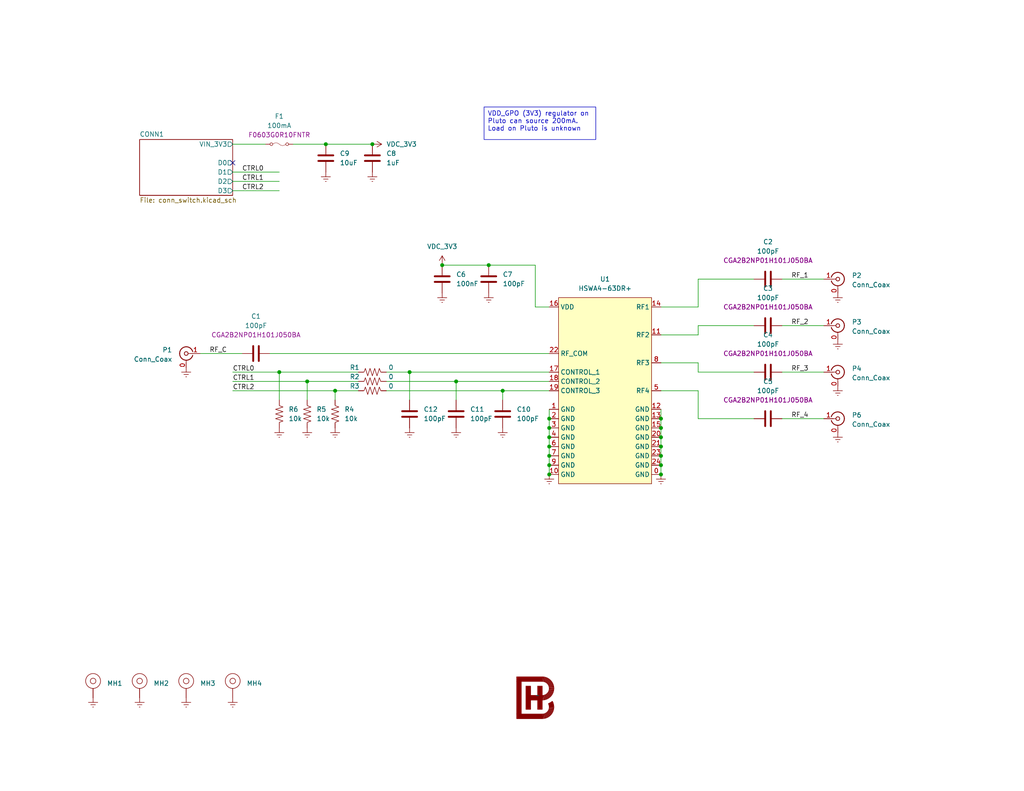
<source format=kicad_sch>
(kicad_sch (version 20231120) (generator "eeschema") (generator_version "8.0")
  (paper "A")
  (title_block (title "${PROJECT_NAME}") (date "2025-04-13") (rev "${PCB_REVISION}") (company "BRENDANHAINES.COM"))
  (lib_symbols
    (symbol "bh:C" (pin_numbers hide) (pin_names (offset 0.254))
      (property "Reference" "C" (at 0.635 2.54 0))
      (property "Value" "C" (at 0.635 -2.54 0))
      (symbol "C_0_1"
        (polyline (pts (xy -2.032 -0.762) (xy 2.032 -0.762)) (stroke (width 0.508)))
        (polyline (pts (xy -2.032 0.762) (xy 2.032 0.762)) (stroke (width 0.508)))
      )
      (symbol "C_1_1"
        (pin passive line (at 0 3.81 270) (length 2.794) (name "~") (number "1"))
        (pin passive line (at 0 -3.81 90) (length 2.794) (name "~") (number "2"))
      )
    )
    (symbol "bh:Conn_Coax" (pin_names hide) (exclude_from_sim yes)
      (property "Reference" "P" (at 0 3.81 0))
      (property "Value" "Conn_Coax" (at 0 3.81 0))
      (symbol "Conn_Coax_0_1"
        (arc (start -1.778 -0.508) (mid 0.2311 -1.8066) (end 1.778 0) (stroke (width 0.254)))
        (polyline (pts (xy -1.27 0) (xy -0.508 0)))
        (polyline (pts (xy 0 -2.54) (xy 0 -1.778)))
        (circle (center 0 0) (radius 0.508) (stroke (width 0.2032)))
        (arc (start 1.778 0) (mid 0.2233 1.8169) (end -1.778 0.508) (stroke (width 0.254)))
      )
      (symbol "Conn_Coax_1_1"
        (pin passive line (at 0 -3.81 90) (length 1.27) (name "Ext") (number "0"))
        (pin passive line (at -3.81 0 0) (length 2.54) (name "In") (number "1"))
      )
    )
    (symbol "bh:Fuse" (pin_numbers hide) (pin_names hide)
      (property "Reference" "F" (at 2.54 2.54 0))
      (property "Value" "Fuse" (at 3.81 0 0))
      (symbol "Fuse_0_1"
        (circle (center 0 -2.159) (radius 0.381) (stroke (width 0.127)))
        (arc (start 0 0) (mid -0.3683 -0.889) (end 0 -1.778) (stroke (width 0.0508)))
        (arc (start 0 0) (mid 0.3683 0.889) (end 0 1.778) (stroke (width 0.0508)))
        (circle (center 0 2.159) (radius 0.381) (stroke (width 0.127)))
      )
      (symbol "Fuse_1_1"
        (pin passive line (at 0 3.81 270) (length 1.27) (name "~") (number "1"))
        (pin passive line (at 0 -3.81 90) (length 1.27) (name "~") (number "2"))
      )
    )
    (symbol "bh:GND" (power) (pin_names (offset 0))
      (symbol "GND_0_1"
        (polyline (pts (xy -0.635 -1.905) (xy 0.635 -1.905)))
        (polyline (pts (xy -0.127 -2.54) (xy 0.127 -2.54)))
        (polyline (pts (xy 0 -1.27) (xy 0 0)))
        (polyline (pts (xy 1.27 -1.27) (xy -1.27 -1.27)))
      )
      (symbol "GND_1_1"
        (pin power_in line (at 0 0 90) (length 0) hide (name "GND") (number "1"))
      )
    )
    (symbol "bh:HSWA4-63DR+"
      (property "Reference" "U" (at 0 0 0))
      (property "Value" "HSWA4-63DR+" (at 0 0 0))
      (symbol "HSWA4-63DR+_1_1"
        (rectangle (start 0 0) (end 25.4 -50.8) (fill (type background)))
        (pin power_in line (at 27.94 -48.26 180) (length 2.54) (name "GND") (number "0"))
        (pin power_in line (at -2.54 -30.48 0) (length 2.54) (name "GND") (number "1"))
        (pin power_in line (at -2.54 -48.26 0) (length 2.54) (name "GND") (number "10"))
        (pin bidirectional line (at 27.94 -10.16 180) (length 2.54) (name "RF2") (number "11"))
        (pin power_in line (at 27.94 -30.48 180) (length 2.54) (name "GND") (number "12"))
        (pin power_in line (at 27.94 -33.02 180) (length 2.54) (name "GND") (number "13"))
        (pin bidirectional line (at 27.94 -2.54 180) (length 2.54) (name "RF1") (number "14"))
        (pin power_in line (at 27.94 -35.56 180) (length 2.54) (name "GND") (number "15"))
        (pin power_in line (at -2.54 -2.54 0) (length 2.54) (name "VDD") (number "16"))
        (pin input line (at -2.54 -20.32 0) (length 2.54) (name "CONTROL_1") (number "17"))
        (pin input line (at -2.54 -22.86 0) (length 2.54) (name "CONTROL_2") (number "18"))
        (pin input line (at -2.54 -25.4 0) (length 2.54) (name "CONTROL_3") (number "19"))
        (pin power_in line (at -2.54 -33.02 0) (length 2.54) (name "GND") (number "2"))
        (pin power_in line (at 27.94 -38.1 180) (length 2.54) (name "GND") (number "20"))
        (pin power_in line (at 27.94 -40.64 180) (length 2.54) (name "GND") (number "21"))
        (pin bidirectional line (at -2.54 -15.24 0) (length 2.54) (name "RF_COM") (number "22"))
        (pin power_in line (at 27.94 -43.18 180) (length 2.54) (name "GND") (number "23"))
        (pin power_in line (at 27.94 -45.72 180) (length 2.54) (name "GND") (number "24"))
        (pin power_in line (at -2.54 -35.56 0) (length 2.54) (name "GND") (number "3"))
        (pin power_in line (at -2.54 -38.1 0) (length 2.54) (name "GND") (number "4"))
        (pin bidirectional line (at 27.94 -25.4 180) (length 2.54) (name "RF4") (number "5"))
        (pin power_in line (at -2.54 -40.64 0) (length 2.54) (name "GND") (number "6"))
        (pin power_in line (at -2.54 -43.18 0) (length 2.54) (name "GND") (number "7"))
        (pin bidirectional line (at 27.94 -17.78 180) (length 2.54) (name "RF3") (number "8"))
        (pin power_in line (at -2.54 -45.72 0) (length 2.54) (name "GND") (number "9"))
      )
    )
    (symbol "bh:LOGO_BH" (in_bom no)
      (symbol "LOGO_BH_0_1"
        (rectangle (start -5.08 -4.445) (end 1.905 -5.715) (fill (type outline)))
        (rectangle (start -5.08 4.445) (end -3.81 -4.445) (fill (type outline)))
        (rectangle (start -5.08 5.715) (end 1.905 4.445) (fill (type outline)))
        (rectangle (start -2.54 3.175) (end -1.27 -3.175) (fill (type outline)))
        (rectangle (start -1.27 0.635) (end 0.635 -0.635) (fill (type outline)))
        (polyline (pts (xy 1.905 0.635) (xy 1.905 -0.635)))
        (polyline (pts (xy 3.7084 -1.8542) (xy 3.7084 -1.6002)))
        (polyline (pts (xy 4.6482 -0.9906) (xy 4.572 -1.1684)))
        (polyline (pts (xy 4.7244 -1.1176) (xy 4.4704 -1.1684)))
        (polyline (pts (xy 4.8006 -1.2446) (xy 4.2418 -1.2954)))
        (polyline (pts (xy 4.8514 -1.3716) (xy 4.064 -1.4224)))
        (polyline (pts (xy 4.953 -2.54) (xy 4.9022 -1.778)))
        (polyline (pts (xy 3.81 -2.54) (xy 3.81 -2.3622) (xy 3.7846 -2.2098) (xy 3.7338 -2.032) (xy 3.683 -1.8796) (xy 3.6322 -1.7272) (xy 3.5814 -1.6002) (xy 3.7338 -1.524) (xy 3.8862 -1.4478) (xy 4.1148 -1.3208) (xy 4.2926 -1.2192) (xy 4.4704 -1.0922) (xy 4.6482 -0.9652) (xy 4.7498 -1.143) (xy 4.8514 -1.3462) (xy 4.9276 -1.5748) (xy 4.9784 -1.778) (xy 5.0292 -1.9812) (xy 5.0546 -2.1844) (xy 5.08 -2.54)))
        (rectangle (start 0.635 3.175) (end 1.905 -3.175) (fill (type outline)))
        (arc (start 1.905 -5.715) (mid 4.1501 -4.7851) (end 5.08 -2.54))
        (arc (start 1.905 -5.588) (mid 4.0603 -4.6953) (end 4.953 -2.54))
        (arc (start 1.905 -5.461) (mid 3.9705 -4.6055) (end 4.826 -2.54))
        (arc (start 1.905 -5.334) (mid 3.8807 -4.5157) (end 4.699 -2.54))
        (arc (start 1.905 -5.207) (mid 3.7909 -4.4259) (end 4.572 -2.54))
        (arc (start 1.905 -5.08) (mid 3.7011 -4.3361) (end 4.445 -2.54))
        (arc (start 1.905 -4.953) (mid 3.6112 -4.2462) (end 4.318 -2.54))
        (arc (start 1.905 -4.826) (mid 3.5214 -4.1564) (end 4.191 -2.54))
        (arc (start 1.905 -4.699) (mid 3.4316 -4.0666) (end 4.064 -2.54))
        (arc (start 1.905 -4.572) (mid 3.3418 -3.9768) (end 3.937 -2.54))
        (arc (start 1.905 -4.445) (mid 3.252 -3.887) (end 3.81 -2.54))
        (arc (start 1.905 -0.635) (mid 4.1501 0.2949) (end 5.08 2.54))
        (arc (start 1.905 -0.508) (mid 4.0603 0.3847) (end 4.953 2.54))
        (arc (start 1.905 -0.381) (mid 3.9705 0.4745) (end 4.826 2.54))
        (arc (start 1.905 -0.254) (mid 3.8807 0.5643) (end 4.699 2.54))
        (arc (start 1.905 -0.127) (mid 3.7909 0.6541) (end 4.572 2.54))
        (arc (start 1.905 0) (mid 3.7011 0.7439) (end 4.445 2.54))
        (arc (start 1.905 0.127) (mid 3.6112 0.8338) (end 4.318 2.54))
        (arc (start 1.905 0.254) (mid 3.5214 0.9236) (end 4.191 2.54))
        (arc (start 1.905 0.381) (mid 3.4316 1.0134) (end 4.064 2.54))
        (arc (start 1.905 0.508) (mid 3.3418 1.1032) (end 3.937 2.54))
        (arc (start 1.905 0.635) (mid 3.252 1.193) (end 3.81 2.54))
        (rectangle (start 3.81 -1.524) (end 4.826 -2.54) (fill (type outline)))
        (arc (start 3.81 2.54) (mid 3.252 3.887) (end 1.905 4.445))
        (arc (start 3.937 2.54) (mid 3.3418 3.9768) (end 1.905 4.572))
        (arc (start 4.064 2.54) (mid 3.4316 4.0666) (end 1.905 4.699))
        (arc (start 4.191 2.54) (mid 3.5214 4.1564) (end 1.905 4.826))
        (arc (start 4.318 2.54) (mid 3.6112 4.2462) (end 1.905 4.953))
        (arc (start 4.445 2.54) (mid 3.7011 4.3361) (end 1.905 5.08))
        (arc (start 4.572 2.54) (mid 3.7909 4.4259) (end 1.905 5.207))
        (arc (start 4.699 2.54) (mid 3.8807 4.5157) (end 1.905 5.334))
        (arc (start 4.826 2.54) (mid 3.9705 4.6055) (end 1.905 5.461))
        (arc (start 4.953 2.54) (mid 4.0603 4.6953) (end 1.905 5.588))
        (arc (start 5.08 2.54) (mid 4.1501 4.7851) (end 1.905 5.715))
      )
    )
    (symbol "bh:Mounting_Hole" (pin_numbers hide) (pin_names (offset 0.762) hide)
      (property "Reference" "MH" (at 0 7.62 0))
      (symbol "Mounting_Hole_0_1"
        (circle (center 0 4.572) (radius 0.762))
        (circle (center 0 4.572) (radius 2.032))
      )
      (symbol "Mounting_Hole_1_1"
        (pin passive line (at 0 0 90) (length 2.54) (name "1") (number "1"))
      )
    )
    (symbol "bh:R" (pin_numbers hide) (pin_names (offset 0))
      (property "Reference" "R" (at 2.032 0 90))
      (property "Value" "R" (at -1.905 0 90))
      (symbol "R_0_1"
        (polyline (pts (xy 0 -2.54) (xy 0 -2.286) (xy 1.016 -1.905) (xy -1.016 -1.27) (xy 1.016 -0.635) (xy -1.016 0) (xy 1.016 0.635) (xy -1.016 1.27) (xy 1.016 1.905) (xy 0 2.286) (xy 0 2.54)))
      )
      (symbol "R_1_1"
        (pin passive line (at 0 3.81 270) (length 1.27) (name "~") (number "1"))
        (pin passive line (at 0 -3.81 90) (length 1.27) (name "~") (number "2"))
      )
    )
    (symbol "bh:VDC_3V3" (power) (pin_names (offset 0))
      (property "Value" "VDC_3V3" (at 0 3.556 0))
      (symbol "VDC_3V3_0_1"
        (polyline (pts (xy -0.762 1.27) (xy 0 2.54)))
        (polyline (pts (xy 0 0) (xy 0 2.54)))
        (polyline (pts (xy 0 2.54) (xy 0.762 1.27)))
      )
      (symbol "VDC_3V3_1_1"
        (pin power_in line (at 0 0 90) (length 0) hide (name "VDC_3V3") (number "1"))
      )
    )
  )
  (junction (at 149.86 121.92))
  (junction (at 180.34 114.3))
  (junction (at 83.82 104.14))
  (junction (at 180.34 127))
  (junction (at 124.46 104.14))
  (junction (at 149.86 116.84))
  (junction (at 180.34 124.46))
  (junction (at 149.86 127))
  (junction (at 101.6 39.37))
  (junction (at 149.86 124.46))
  (junction (at 111.76 101.6))
  (junction (at 149.86 119.38))
  (junction (at 88.9 39.37))
  (junction (at 133.35 72.39))
  (junction (at 120.65 72.39))
  (junction (at 91.44 106.68))
  (junction (at 180.34 116.84))
  (junction (at 137.16 106.68))
  (junction (at 149.86 129.54))
  (junction (at 180.34 121.92))
  (junction (at 180.34 129.54))
  (junction (at 180.34 119.38))
  (junction (at 76.2 101.6))
  (junction (at 149.86 114.3))
  (no_connect (at 63.5 44.45))
  (wire (pts (xy 63.5 101.6) (xy 76.2 101.6)))
  (wire (pts (xy 180.34 129.54) (xy 180.34 127)))
  (wire (pts (xy 76.2 101.6) (xy 97.79 101.6)))
  (wire (pts (xy 149.86 124.46) (xy 149.86 127)))
  (wire (pts (xy 63.5 46.99) (xy 76.2 46.99)))
  (wire (pts (xy 190.5 106.68) (xy 180.34 106.68)))
  (wire (pts (xy 213.36 114.3) (xy 224.79 114.3)))
  (wire (pts (xy 83.82 104.14) (xy 83.82 109.22)))
  (wire (pts (xy 124.46 104.14) (xy 124.46 109.22)))
  (wire (pts (xy 180.34 121.92) (xy 180.34 124.46)))
  (wire (pts (xy 149.86 121.92) (xy 149.86 124.46)))
  (wire (pts (xy 205.74 76.2) (xy 190.5 76.2)))
  (wire (pts (xy 149.86 111.76) (xy 149.86 114.3)))
  (wire (pts (xy 213.36 76.2) (xy 224.79 76.2)))
  (wire (pts (xy 180.34 116.84) (xy 180.34 119.38)))
  (wire (pts (xy 133.35 72.39) (xy 146.05 72.39)))
  (wire (pts (xy 149.86 119.38) (xy 149.86 121.92)))
  (wire (pts (xy 76.2 101.6) (xy 76.2 109.22)))
  (wire (pts (xy 73.66 96.52) (xy 149.86 96.52)))
  (wire (pts (xy 190.5 91.44) (xy 190.5 88.9)))
  (wire (pts (xy 63.5 106.68) (xy 91.44 106.68)))
  (wire (pts (xy 120.65 72.39) (xy 133.35 72.39)))
  (wire (pts (xy 146.05 83.82) (xy 146.05 72.39)))
  (wire (pts (xy 105.41 101.6) (xy 111.76 101.6)))
  (wire (pts (xy 91.44 106.68) (xy 91.44 109.22)))
  (wire (pts (xy 190.5 76.2) (xy 190.5 83.82)))
  (wire (pts (xy 105.41 106.68) (xy 137.16 106.68)))
  (wire (pts (xy 213.36 88.9) (xy 224.79 88.9)))
  (wire (pts (xy 180.34 119.38) (xy 180.34 121.92)))
  (wire (pts (xy 180.34 83.82) (xy 190.5 83.82)))
  (wire (pts (xy 180.34 124.46) (xy 180.34 127)))
  (wire (pts (xy 205.74 88.9) (xy 190.5 88.9)))
  (wire (pts (xy 66.04 96.52) (xy 54.61 96.52)))
  (wire (pts (xy 205.74 101.6) (xy 190.5 101.6)))
  (wire (pts (xy 63.5 104.14) (xy 83.82 104.14)))
  (wire (pts (xy 111.76 101.6) (xy 149.86 101.6)))
  (wire (pts (xy 149.86 114.3) (xy 149.86 116.84)))
  (wire (pts (xy 111.76 109.22) (xy 111.76 101.6)))
  (wire (pts (xy 63.5 52.07) (xy 76.2 52.07)))
  (wire (pts (xy 180.34 111.76) (xy 180.34 114.3)))
  (wire (pts (xy 146.05 83.82) (xy 149.86 83.82)))
  (wire (pts (xy 213.36 101.6) (xy 224.79 101.6)))
  (wire (pts (xy 105.41 104.14) (xy 124.46 104.14)))
  (wire (pts (xy 83.82 104.14) (xy 97.79 104.14)))
  (wire (pts (xy 180.34 114.3) (xy 180.34 116.84)))
  (wire (pts (xy 205.74 114.3) (xy 190.5 114.3)))
  (wire (pts (xy 91.44 106.68) (xy 97.79 106.68)))
  (wire (pts (xy 124.46 104.14) (xy 149.86 104.14)))
  (wire (pts (xy 190.5 114.3) (xy 190.5 106.68)))
  (wire (pts (xy 190.5 91.44) (xy 180.34 91.44)))
  (wire (pts (xy 190.5 99.06) (xy 180.34 99.06)))
  (wire (pts (xy 88.9 39.37) (xy 101.6 39.37)))
  (wire (pts (xy 149.86 129.54) (xy 149.86 127)))
  (wire (pts (xy 80.01 39.37) (xy 88.9 39.37)))
  (wire (pts (xy 63.5 49.53) (xy 76.2 49.53)))
  (wire (pts (xy 137.16 106.68) (xy 137.16 109.22)))
  (wire (pts (xy 137.16 106.68) (xy 149.86 106.68)))
  (wire (pts (xy 149.86 116.84) (xy 149.86 119.38)))
  (wire (pts (xy 63.5 39.37) (xy 72.39 39.37)))
  (wire (pts (xy 190.5 101.6) (xy 190.5 99.06)))
  (text_box "VDD_GPO (3V3) regulator on Pluto can source 200mA. Load on Pluto is unknown" (at 132.08 29.21 0) (size 30.48 8.89) (effects (font (size 1.27 1.27) (thickness 0.1588)) (justify left top)))
  (label "RF_4" (at 215.9 114.3 0))
  (label "CTRL1" (at 66.04 49.53 0))
  (label "CTRL0" (at 66.04 46.99 0))
  (label "RF_1" (at 215.9 76.2 0))
  (label "RF_C" (at 57.15 96.52 0))
  (label "CTRL2" (at 63.5 106.68 0))
  (label "CTRL1" (at 63.5 104.14 0))
  (label "CTRL0" (at 63.5 101.6 0))
  (label "RF_3" (at 215.9 101.6 0))
  (label "RF_2" (at 215.9 88.9 0))
  (label "CTRL2" (at 66.04 52.07 0))
  (symbol (lib_id "bh:C") (at 209.55 88.9 90) (unit 1)
    (property "Reference" "C3" (at 209.55 78.74 90))
    (property "Value" "100pF" (at 209.55 81.28 90))
    (property "Footprint" "common:C0402" (effects (hide yes)))
    (property "Description" "Capacitor" (effects (hide yes)))
    (property "Manufacturer" "TDK" (effects (hide yes)))
    (property "ManufacturerPartNumber" "CGA2B2NP01H101J050BA" (at 209.55 83.82 90))
    (property "FieldName" "Value" (effects (hide yes)))
    (property "Sim.Device" "C" (effects (hide yes)))
    (property "Sim.Pins" "1=+ 2=-" (effects (hide yes)))
  )
  (symbol (lib_id "bh:C") (at 124.46 113.03 180) (unit 1)
    (property "Reference" "C11" (at 128.27 111.7599 0) (effects (justify right)))
    (property "Value" "100pF" (at 128.27 114.2999 0) (effects (justify right)))
    (property "Footprint" "common:C0402" (effects (hide yes)))
    (property "Description" "Capacitor" (effects (hide yes)))
    (property "Manufacturer" "TDK" (effects (hide yes)))
    (property "ManufacturerPartNumber" "CGA2B2NP01H101J050BA" (effects (hide yes)))
    (property "FieldName" "Value" (effects (hide yes)))
    (property "Sim.Device" "C" (effects (hide yes)))
    (property "Sim.Pins" "1=+ 2=-" (effects (hide yes)))
  )
  (symbol (lib_id "bh:GND") (at 111.76 116.84 0) (unit 1)
    (property "Reference" "#PWR020" (effects (hide yes)))
    (property "Value" "GND" (effects (hide yes)))
    (property "Description" "Power Symbol" (effects (hide yes)))
  )
  (symbol (lib_id "bh:VDC_3V3") (at 120.65 72.39 0) (unit 1)
    (property "Reference" "#PWR015" (effects (hide yes)))
    (property "Value" "VDC_3V3" (at 120.65 67.31 0))
    (property "Description" "Power Symbol" (effects (hide yes)))
  )
  (symbol (lib_id "bh:C") (at 209.55 101.6 90) (unit 1)
    (property "Reference" "C4" (at 209.55 91.44 90))
    (property "Value" "100pF" (at 209.55 93.98 90))
    (property "Footprint" "common:C0402" (effects (hide yes)))
    (property "Description" "Capacitor" (effects (hide yes)))
    (property "Manufacturer" "TDK" (effects (hide yes)))
    (property "ManufacturerPartNumber" "CGA2B2NP01H101J050BA" (at 209.55 96.52 90))
    (property "FieldName" "Value" (effects (hide yes)))
    (property "Sim.Device" "C" (effects (hide yes)))
    (property "Sim.Pins" "1=+ 2=-" (effects (hide yes)))
  )
  (symbol (lib_id "bh:C") (at 120.65 76.2 0) (unit 1)
    (property "Reference" "C6" (at 124.46 74.9299 0) (effects (justify left)))
    (property "Value" "100nF" (at 124.46 77.4699 0) (effects (justify left)))
    (property "Footprint" "common:C0402" (effects (hide yes)))
    (property "Description" "Capacitor" (effects (hide yes)))
    (property "FieldName" "Value" (effects (hide yes)))
    (property "Sim.Device" "C" (effects (hide yes)))
    (property "Sim.Pins" "1=+ 2=-" (effects (hide yes)))
  )
  (symbol (lib_id "bh:GND") (at 83.82 116.84 0) (unit 1)
    (property "Reference" "#PWR022" (effects (hide yes)))
    (property "Value" "GND" (effects (hide yes)))
    (property "Description" "Power Symbol" (effects (hide yes)))
  )
  (symbol (lib_id "bh:LOGO_BH") (at 146.05 190.5 0) (unit 1) (in_bom no)
    (property "Reference" "LOGO1" (effects (hide yes)))
    (property "Value" "~" (at 146.685 189.865 0))
    (property "Footprint" "common:LOGO_BH" (effects (hide yes)))
  )
  (symbol (lib_id "bh:C") (at 209.55 76.2 90) (unit 1)
    (property "Reference" "C2" (at 209.55 66.04 90))
    (property "Value" "100pF" (at 209.55 68.58 90))
    (property "Footprint" "common:C0402" (effects (hide yes)))
    (property "Description" "Capacitor" (effects (hide yes)))
    (property "Manufacturer" "TDK" (effects (hide yes)))
    (property "ManufacturerPartNumber" "CGA2B2NP01H101J050BA" (at 209.55 71.12 90))
    (property "FieldName" "Value" (effects (hide yes)))
    (property "Sim.Device" "C" (effects (hide yes)))
    (property "Sim.Pins" "1=+ 2=-" (effects (hide yes)))
  )
  (symbol (lib_id "bh:Mounting_Hole") (at 63.5 190.5 0) (unit 1)
    (property "Reference" "MH4" (at 67.31 186.563 0) (effects (justify left)))
    (property "Value" "Mounting_Hole" (effects (hide yes)))
    (property "Footprint" "common:MH120X230_#4" (effects (hide yes)))
  )
  (symbol (lib_id "bh:GND") (at 38.1 190.5 0) (unit 1)
    (property "Reference" "#PWR02" (effects (hide yes)))
    (property "Value" "GND" (effects (hide yes)))
  )
  (symbol (lib_id "bh:C") (at 69.85 96.52 90) (unit 1)
    (property "Reference" "C1" (at 69.85 86.36 90))
    (property "Value" "100pF" (at 69.85 88.9 90))
    (property "Footprint" "common:C0402" (effects (hide yes)))
    (property "Description" "Capacitor" (effects (hide yes)))
    (property "Manufacturer" "TDK" (effects (hide yes)))
    (property "ManufacturerPartNumber" "CGA2B2NP01H101J050BA" (at 69.85 91.44 90))
    (property "FieldName" "Value" (effects (hide yes)))
    (property "Sim.Device" "C" (effects (hide yes)))
    (property "Sim.Pins" "1=+ 2=-" (effects (hide yes)))
  )
  (symbol (lib_id "bh:C") (at 88.9 43.18 0) (unit 1)
    (property "Reference" "C9" (at 92.71 41.9099 0) (effects (justify left)))
    (property "Value" "10uF" (at 92.71 44.4499 0) (effects (justify left)))
    (property "Footprint" "common:C0603" (effects (hide yes)))
    (property "Description" "Capacitor" (effects (hide yes)))
    (property "FieldName" "Value" (effects (hide yes)))
    (property "Sim.Device" "C" (effects (hide yes)))
    (property "Sim.Pins" "1=+ 2=-" (effects (hide yes)))
  )
  (symbol (lib_id "bh:GND") (at 228.6 105.41 0) (unit 1)
    (property "Reference" "#PWR09" (effects (hide yes)))
    (property "Value" "GND" (effects (hide yes)))
    (property "Description" "Power Symbol" (effects (hide yes)))
  )
  (symbol (lib_id "bh:GND") (at 228.6 80.01 0) (unit 1)
    (property "Reference" "#PWR07" (effects (hide yes)))
    (property "Value" "GND" (effects (hide yes)))
    (property "Description" "Power Symbol" (effects (hide yes)))
  )
  (symbol (lib_id "bh:R") (at 101.6 101.6 90) (unit 1)
    (property "Reference" "R1" (at 96.774 100.33 90))
    (property "Value" "0" (at 106.68 100.33 90))
    (property "Footprint" "common:R0402" (effects (hide yes)))
    (property "Description" "Resistor" (effects (hide yes)))
    (property "FieldName" "Value" (effects (hide yes)))
    (property "Sim.Device" "R" (effects (hide yes)))
    (property "Sim.Pins" "1=+ 2=-" (effects (hide yes)))
  )
  (symbol (lib_id "bh:C") (at 111.76 113.03 180) (unit 1)
    (property "Reference" "C12" (at 115.57 111.7599 0) (effects (justify right)))
    (property "Value" "100pF" (at 115.57 114.2999 0) (effects (justify right)))
    (property "Footprint" "common:C0402" (effects (hide yes)))
    (property "Description" "Capacitor" (effects (hide yes)))
    (property "Manufacturer" "TDK" (effects (hide yes)))
    (property "ManufacturerPartNumber" "CGA2B2NP01H101J050BA" (effects (hide yes)))
    (property "FieldName" "Value" (effects (hide yes)))
    (property "Sim.Device" "C" (effects (hide yes)))
    (property "Sim.Pins" "1=+ 2=-" (effects (hide yes)))
  )
  (symbol (lib_id "bh:GND") (at 25.4 190.5 0) (unit 1)
    (property "Reference" "#PWR01" (effects (hide yes)))
    (property "Value" "GND" (effects (hide yes)))
  )
  (symbol (lib_id "bh:Mounting_Hole") (at 50.8 190.5 0) (unit 1)
    (property "Reference" "MH3" (at 54.61 186.563 0) (effects (justify left)))
    (property "Value" "Mounting_Hole" (effects (hide yes)))
    (property "Footprint" "common:MH120X230_#4" (effects (hide yes)))
  )
  (symbol (lib_id "bh:GND") (at 88.9 46.99 0) (mirror y) (unit 1)
    (property "Reference" "#PWR017" (effects (hide yes)))
    (property "Value" "GND" (effects (hide yes)))
    (property "Description" "Power Symbol" (effects (hide yes)))
  )
  (symbol (lib_id "bh:GND") (at 180.34 129.54 0) (unit 1)
    (property "Reference" "#PWR012" (effects (hide yes)))
    (property "Value" "GND" (effects (hide yes)))
    (property "Description" "Power Symbol" (effects (hide yes)))
  )
  (symbol (lib_id "bh:GND") (at 228.6 92.71 0) (unit 1)
    (property "Reference" "#PWR08" (effects (hide yes)))
    (property "Value" "GND" (effects (hide yes)))
    (property "Description" "Power Symbol" (effects (hide yes)))
  )
  (symbol (lib_id "bh:R") (at 101.6 104.14 90) (unit 1)
    (property "Reference" "R2" (at 96.774 102.87 90))
    (property "Value" "0" (at 106.68 102.87 90))
    (property "Footprint" "common:R0402" (effects (hide yes)))
    (property "Description" "Resistor" (effects (hide yes)))
    (property "FieldName" "Value" (effects (hide yes)))
    (property "Sim.Device" "R" (effects (hide yes)))
    (property "Sim.Pins" "1=+ 2=-" (effects (hide yes)))
  )
  (symbol (lib_id "bh:GND") (at 228.6 118.11 0) (unit 1)
    (property "Reference" "#PWR010" (effects (hide yes)))
    (property "Value" "GND" (effects (hide yes)))
    (property "Description" "Power Symbol" (effects (hide yes)))
  )
  (symbol (lib_id "bh:GND") (at 124.46 116.84 0) (unit 1)
    (property "Reference" "#PWR019" (effects (hide yes)))
    (property "Value" "GND" (effects (hide yes)))
    (property "Description" "Power Symbol" (effects (hide yes)))
  )
  (symbol (lib_id "bh:C") (at 137.16 113.03 180) (unit 1)
    (property "Reference" "C10" (at 140.97 111.7599 0) (effects (justify right)))
    (property "Value" "100pF" (at 140.97 114.2999 0) (effects (justify right)))
    (property "Footprint" "common:C0402" (effects (hide yes)))
    (property "Description" "Capacitor" (effects (hide yes)))
    (property "Manufacturer" "TDK" (effects (hide yes)))
    (property "ManufacturerPartNumber" "CGA2B2NP01H101J050BA" (effects (hide yes)))
    (property "FieldName" "Value" (effects (hide yes)))
    (property "Sim.Device" "C" (effects (hide yes)))
    (property "Sim.Pins" "1=+ 2=-" (effects (hide yes)))
  )
  (symbol (lib_id "bh:Conn_Coax") (at 228.6 101.6 0) (unit 1) (exclude_from_sim yes)
    (property "Reference" "P4" (at 232.41 100.6188 0) (effects (justify left)))
    (property "Value" "Conn_Coax" (at 232.41 103.1588 0) (effects (justify left)))
    (property "Footprint" "common:CONN_SuperSMA_Amphenol_901-10510-2" (effects (hide yes)))
    (property "Description" "Connector, Coax" (effects (hide yes)))
  )
  (symbol (lib_id "bh:Mounting_Hole") (at 25.4 190.5 0) (unit 1)
    (property "Reference" "MH1" (at 29.21 186.563 0) (effects (justify left)))
    (property "Value" "Mounting_Hole" (effects (hide yes)))
    (property "Footprint" "common:MH120X230_#4" (effects (hide yes)))
  )
  (symbol (lib_id "bh:R") (at 101.6 106.68 90) (unit 1)
    (property "Reference" "R3" (at 96.774 105.41 90))
    (property "Value" "0" (at 106.68 105.41 90))
    (property "Footprint" "common:R0402" (effects (hide yes)))
    (property "Description" "Resistor" (effects (hide yes)))
    (property "FieldName" "Value" (effects (hide yes)))
    (property "Sim.Device" "R" (effects (hide yes)))
    (property "Sim.Pins" "1=+ 2=-" (effects (hide yes)))
  )
  (symbol (lib_id "bh:R") (at 76.2 113.03 0) (unit 1)
    (property "Reference" "R6" (at 78.74 111.7599 0) (effects (justify left)))
    (property "Value" "10k" (at 78.74 114.2999 0) (effects (justify left)))
    (property "Footprint" "common:R0402" (effects (hide yes)))
    (property "Description" "Resistor" (effects (hide yes)))
    (property "FieldName" "Value" (effects (hide yes)))
    (property "Sim.Device" "R" (effects (hide yes)))
    (property "Sim.Pins" "1=+ 2=-" (effects (hide yes)))
  )
  (symbol (lib_id "bh:C") (at 133.35 76.2 180) (unit 1)
    (property "Reference" "C7" (at 137.16 74.9299 0) (effects (justify right)))
    (property "Value" "100pF" (at 137.16 77.4699 0) (effects (justify right)))
    (property "Footprint" "common:C0402" (effects (hide yes)))
    (property "Description" "Capacitor" (effects (hide yes)))
    (property "Manufacturer" "TDK" (effects (hide yes)))
    (property "ManufacturerPartNumber" "CGA2B2NP01H101J050BA" (effects (hide yes)))
    (property "FieldName" "Value" (effects (hide yes)))
    (property "Sim.Device" "C" (effects (hide yes)))
    (property "Sim.Pins" "1=+ 2=-" (effects (hide yes)))
  )
  (symbol (lib_id "bh:R") (at 91.44 113.03 0) (unit 1)
    (property "Reference" "R4" (at 93.98 111.7599 0) (effects (justify left)))
    (property "Value" "10k" (at 93.98 114.2999 0) (effects (justify left)))
    (property "Footprint" "common:R0402" (effects (hide yes)))
    (property "Description" "Resistor" (effects (hide yes)))
    (property "FieldName" "Value" (effects (hide yes)))
    (property "Sim.Device" "R" (effects (hide yes)))
    (property "Sim.Pins" "1=+ 2=-" (effects (hide yes)))
  )
  (symbol (lib_id "bh:C") (at 209.55 114.3 90) (unit 1)
    (property "Reference" "C5" (at 209.55 104.14 90))
    (property "Value" "100pF" (at 209.55 106.68 90))
    (property "Footprint" "common:C0402" (effects (hide yes)))
    (property "Description" "Capacitor" (effects (hide yes)))
    (property "Manufacturer" "TDK" (effects (hide yes)))
    (property "ManufacturerPartNumber" "CGA2B2NP01H101J050BA" (at 209.55 109.22 90))
    (property "FieldName" "Value" (effects (hide yes)))
    (property "Sim.Device" "C" (effects (hide yes)))
    (property "Sim.Pins" "1=+ 2=-" (effects (hide yes)))
  )
  (symbol (lib_id "bh:HSWA4-63DR+") (at 152.4 81.28 0) (unit 1)
    (property "Reference" "U1" (at 165.1 76.2 0))
    (property "Value" "HSWA4-63DR+" (at 165.1 78.74 0))
    (property "Footprint" "common:QFN50P400X400X75-24P" (effects (hide yes)))
    (property "Datasheet" "https://www.minicircuits.com/pdfs/HSWA4-63DR+.pdf" (effects (hide yes)))
    (property "Description" "Absorptive SP4T, SMT Solid State Switch, 30 - 6000 MHz, 50Ω" (effects (hide yes)))
    (property "MPN" "HSWA4-63DR+" (effects (hide yes)))
    (property "Manufacturer" "Minicircuits" (effects (hide yes)))
    (property "Datasheet1" "https://minicircuits.com/case_style/DG984-1.pdf" (effects (hide yes)))
  )
  (symbol (lib_id "bh:GND") (at 76.2 116.84 0) (unit 1)
    (property "Reference" "#PWR023" (effects (hide yes)))
    (property "Value" "GND" (effects (hide yes)))
    (property "Description" "Power Symbol" (effects (hide yes)))
  )
  (symbol (lib_id "bh:VDC_3V3") (at 101.6 39.37 270) (unit 1)
    (property "Reference" "#PWR05" (effects (hide yes)))
    (property "Value" "VDC_3V3" (at 105.41 39.3699 90) (effects (justify left)))
    (property "Description" "Power Symbol" (effects (hide yes)))
  )
  (symbol (lib_id "bh:Conn_Coax") (at 228.6 114.3 0) (unit 1) (exclude_from_sim yes)
    (property "Reference" "P6" (at 232.41 113.3188 0) (effects (justify left)))
    (property "Value" "Conn_Coax" (at 232.41 115.8588 0) (effects (justify left)))
    (property "Footprint" "common:CONN_SuperSMA_Amphenol_901-10510-2" (effects (hide yes)))
    (property "Description" "Connector, Coax" (effects (hide yes)))
  )
  (symbol (lib_id "bh:Fuse") (at 76.2 39.37 90) (unit 1)
    (property "Reference" "F1" (at 76.2 31.75 90))
    (property "Value" "100mA" (at 76.2 34.29 90))
    (property "Footprint" "common:R0603" (effects (hide yes)))
    (property "Description" "Fuse" (effects (hide yes)))
    (property "Manufacturer" "KYOCERA AVX" (effects (hide yes)))
    (property "ManufacturerPartNumber" "F0603G0R10FNTR" (at 76.2 36.83 90))
  )
  (symbol (lib_id "bh:Conn_Coax") (at 228.6 76.2 0) (unit 1) (exclude_from_sim yes)
    (property "Reference" "P2" (at 232.41 75.2188 0) (effects (justify left)))
    (property "Value" "Conn_Coax" (at 232.41 77.7588 0) (effects (justify left)))
    (property "Footprint" "common:CONN_SuperSMA_Amphenol_901-10510-2" (effects (hide yes)))
    (property "Description" "Connector, Coax" (effects (hide yes)))
  )
  (symbol (lib_id "bh:R") (at 83.82 113.03 0) (unit 1)
    (property "Reference" "R5" (at 86.36 111.7599 0) (effects (justify left)))
    (property "Value" "10k" (at 86.36 114.2999 0) (effects (justify left)))
    (property "Footprint" "common:R0402" (effects (hide yes)))
    (property "Description" "Resistor" (effects (hide yes)))
    (property "FieldName" "Value" (effects (hide yes)))
    (property "Sim.Device" "R" (effects (hide yes)))
    (property "Sim.Pins" "1=+ 2=-" (effects (hide yes)))
  )
  (symbol (lib_id "bh:GND") (at 137.16 116.84 0) (unit 1)
    (property "Reference" "#PWR018" (effects (hide yes)))
    (property "Value" "GND" (effects (hide yes)))
    (property "Description" "Power Symbol" (effects (hide yes)))
  )
  (symbol (lib_id "bh:GND") (at 63.5 190.5 0) (unit 1)
    (property "Reference" "#PWR04" (effects (hide yes)))
    (property "Value" "GND" (effects (hide yes)))
  )
  (symbol (lib_id "bh:C") (at 101.6 43.18 0) (unit 1)
    (property "Reference" "C8" (at 105.41 41.9099 0) (effects (justify left)))
    (property "Value" "1uF" (at 105.41 44.4499 0) (effects (justify left)))
    (property "Footprint" "common:C0402" (effects (hide yes)))
    (property "Description" "Capacitor" (effects (hide yes)))
    (property "FieldName" "Value" (effects (hide yes)))
    (property "Sim.Device" "C" (effects (hide yes)))
    (property "Sim.Pins" "1=+ 2=-" (effects (hide yes)))
  )
  (symbol (lib_id "bh:GND") (at 149.86 129.54 0) (unit 1)
    (property "Reference" "#PWR011" (effects (hide yes)))
    (property "Value" "GND" (effects (hide yes)))
    (property "Description" "Power Symbol" (effects (hide yes)))
  )
  (symbol (lib_id "bh:GND") (at 50.8 100.33 0) (mirror y) (unit 1)
    (property "Reference" "#PWR06" (effects (hide yes)))
    (property "Value" "GND" (effects (hide yes)))
    (property "Description" "Power Symbol" (effects (hide yes)))
  )
  (symbol (lib_id "bh:Conn_Coax") (at 50.8 96.52 0) (mirror y) (unit 1) (exclude_from_sim yes)
    (property "Reference" "P1" (at 46.99 95.5388 0) (effects (justify left)))
    (property "Value" "Conn_Coax" (at 46.99 98.0788 0) (effects (justify left)))
    (property "Footprint" "common:CONN_SuperSMA_Amphenol_901-10510-2" (effects (hide yes)))
    (property "Description" "Connector, Coax" (effects (hide yes)))
  )
  (symbol (lib_id "bh:GND") (at 50.8 190.5 0) (unit 1)
    (property "Reference" "#PWR03" (effects (hide yes)))
    (property "Value" "GND" (effects (hide yes)))
  )
  (symbol (lib_id "bh:Mounting_Hole") (at 38.1 190.5 0) (unit 1)
    (property "Reference" "MH2" (at 41.91 186.563 0) (effects (justify left)))
    (property "Value" "Mounting_Hole" (effects (hide yes)))
    (property "Footprint" "common:MH120X230_#4" (effects (hide yes)))
  )
  (symbol (lib_id "bh:GND") (at 133.35 80.01 0) (mirror y) (unit 1)
    (property "Reference" "#PWR014" (effects (hide yes)))
    (property "Value" "GND" (effects (hide yes)))
    (property "Description" "Power Symbol" (effects (hide yes)))
  )
  (symbol (lib_id "bh:GND") (at 120.65 80.01 0) (mirror y) (unit 1)
    (property "Reference" "#PWR013" (effects (hide yes)))
    (property "Value" "GND" (effects (hide yes)))
    (property "Description" "Power Symbol" (effects (hide yes)))
  )
  (symbol (lib_id "bh:Conn_Coax") (at 228.6 88.9 0) (unit 1) (exclude_from_sim yes)
    (property "Reference" "P3" (at 232.41 87.9188 0) (effects (justify left)))
    (property "Value" "Conn_Coax" (at 232.41 90.4588 0) (effects (justify left)))
    (property "Footprint" "common:CONN_SuperSMA_Amphenol_901-10510-2" (effects (hide yes)))
    (property "Description" "Connector, Coax" (effects (hide yes)))
  )
  (symbol (lib_id "bh:GND") (at 101.6 46.99 0) (mirror y) (unit 1)
    (property "Reference" "#PWR016" (effects (hide yes)))
    (property "Value" "GND" (effects (hide yes)))
    (property "Description" "Power Symbol" (effects (hide yes)))
  )
  (symbol (lib_id "bh:GND") (at 91.44 116.84 0) (unit 1)
    (property "Reference" "#PWR021" (effects (hide yes)))
    (property "Value" "GND" (effects (hide yes)))
    (property "Description" "Power Symbol" (effects (hide yes)))
  )
  (sheet (at 38.1 38.1) (size 25.4 15.24) (stroke (width 0.1524))
    (property "Sheetname" "CONN1" (at 38.1 37.3884 0) (effects (justify left bottom)))
    (property "Sheetfile" "conn_switch.kicad_sch" (at 38.1 53.9246 0) (effects (justify left top)))
    (pin "D0" output (at 63.5 44.45 0))
    (pin "D1" output (at 63.5 46.99 0))
    (pin "D2" output (at 63.5 49.53 0))
    (pin "D3" output (at 63.5 52.07 0))
    (pin "VIN_3V3" output (at 63.5 39.37 0))
  )
)
</source>
